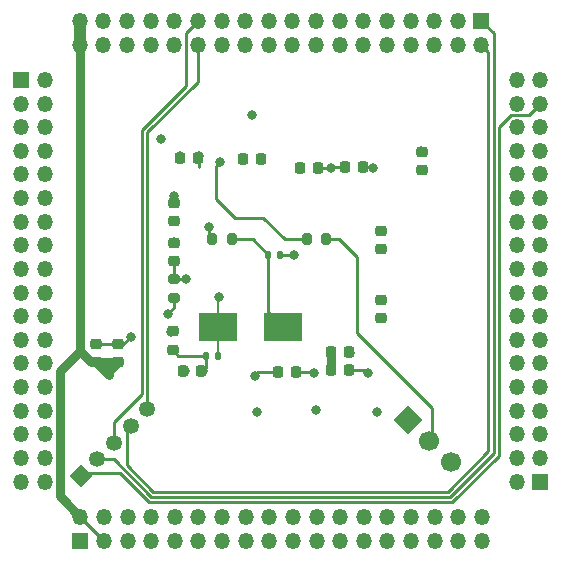
<source format=gbr>
%TF.GenerationSoftware,KiCad,Pcbnew,(5.99.0-10369-gb59bf064b4)*%
%TF.CreationDate,2021-07-27T08:06:35+02:00*%
%TF.ProjectId,stm32h7,73746d33-3268-4372-9e6b-696361645f70,rev?*%
%TF.SameCoordinates,Original*%
%TF.FileFunction,Copper,L4,Bot*%
%TF.FilePolarity,Positive*%
%FSLAX46Y46*%
G04 Gerber Fmt 4.6, Leading zero omitted, Abs format (unit mm)*
G04 Created by KiCad (PCBNEW (5.99.0-10369-gb59bf064b4)) date 2021-07-27 08:06:35*
%MOMM*%
%LPD*%
G01*
G04 APERTURE LIST*
G04 Aperture macros list*
%AMRoundRect*
0 Rectangle with rounded corners*
0 $1 Rounding radius*
0 $2 $3 $4 $5 $6 $7 $8 $9 X,Y pos of 4 corners*
0 Add a 4 corners polygon primitive as box body*
4,1,4,$2,$3,$4,$5,$6,$7,$8,$9,$2,$3,0*
0 Add four circle primitives for the rounded corners*
1,1,$1+$1,$2,$3*
1,1,$1+$1,$4,$5*
1,1,$1+$1,$6,$7*
1,1,$1+$1,$8,$9*
0 Add four rect primitives between the rounded corners*
20,1,$1+$1,$2,$3,$4,$5,0*
20,1,$1+$1,$4,$5,$6,$7,0*
20,1,$1+$1,$6,$7,$8,$9,0*
20,1,$1+$1,$8,$9,$2,$3,0*%
%AMHorizOval*
0 Thick line with rounded ends*
0 $1 width*
0 $2 $3 position (X,Y) of the first rounded end (center of the circle)*
0 $4 $5 position (X,Y) of the second rounded end (center of the circle)*
0 Add line between two ends*
20,1,$1,$2,$3,$4,$5,0*
0 Add two circle primitives to create the rounded ends*
1,1,$1,$2,$3*
1,1,$1,$4,$5*%
%AMRotRect*
0 Rectangle, with rotation*
0 The origin of the aperture is its center*
0 $1 length*
0 $2 width*
0 $3 Rotation angle, in degrees counterclockwise*
0 Add horizontal line*
21,1,$1,$2,0,0,$3*%
G04 Aperture macros list end*
%TA.AperFunction,ComponentPad*%
%ADD10R,1.350000X1.350000*%
%TD*%
%TA.AperFunction,ComponentPad*%
%ADD11O,1.350000X1.350000*%
%TD*%
%TA.AperFunction,ComponentPad*%
%ADD12RotRect,1.700000X1.700000X45.000000*%
%TD*%
%TA.AperFunction,ComponentPad*%
%ADD13HorizOval,1.700000X0.000000X0.000000X0.000000X0.000000X0*%
%TD*%
%TA.AperFunction,ComponentPad*%
%ADD14RotRect,1.350000X1.350000X135.000000*%
%TD*%
%TA.AperFunction,ComponentPad*%
%ADD15HorizOval,1.350000X0.000000X0.000000X0.000000X0.000000X0*%
%TD*%
%TA.AperFunction,SMDPad,CuDef*%
%ADD16RoundRect,0.200000X0.200000X0.275000X-0.200000X0.275000X-0.200000X-0.275000X0.200000X-0.275000X0*%
%TD*%
%TA.AperFunction,SMDPad,CuDef*%
%ADD17RoundRect,0.225000X-0.225000X-0.250000X0.225000X-0.250000X0.225000X0.250000X-0.225000X0.250000X0*%
%TD*%
%TA.AperFunction,SMDPad,CuDef*%
%ADD18RoundRect,0.225000X0.250000X-0.225000X0.250000X0.225000X-0.250000X0.225000X-0.250000X-0.225000X0*%
%TD*%
%TA.AperFunction,SMDPad,CuDef*%
%ADD19RoundRect,0.225000X0.225000X0.250000X-0.225000X0.250000X-0.225000X-0.250000X0.225000X-0.250000X0*%
%TD*%
%TA.AperFunction,SMDPad,CuDef*%
%ADD20RoundRect,0.225000X-0.250000X0.225000X-0.250000X-0.225000X0.250000X-0.225000X0.250000X0.225000X0*%
%TD*%
%TA.AperFunction,SMDPad,CuDef*%
%ADD21RoundRect,0.200000X0.275000X-0.200000X0.275000X0.200000X-0.275000X0.200000X-0.275000X-0.200000X0*%
%TD*%
%TA.AperFunction,SMDPad,CuDef*%
%ADD22RoundRect,0.140000X0.140000X0.170000X-0.140000X0.170000X-0.140000X-0.170000X0.140000X-0.170000X0*%
%TD*%
%TA.AperFunction,SMDPad,CuDef*%
%ADD23R,3.325000X2.400000*%
%TD*%
%TA.AperFunction,SMDPad,CuDef*%
%ADD24RoundRect,0.140000X-0.140000X-0.170000X0.140000X-0.170000X0.140000X0.170000X-0.140000X0.170000X0*%
%TD*%
%TA.AperFunction,ViaPad*%
%ADD25C,0.800000*%
%TD*%
%TA.AperFunction,Conductor*%
%ADD26C,0.250000*%
%TD*%
%TA.AperFunction,Conductor*%
%ADD27C,0.750000*%
%TD*%
%TA.AperFunction,Conductor*%
%ADD28C,1.000000*%
%TD*%
%TA.AperFunction,Conductor*%
%ADD29C,0.200000*%
%TD*%
G04 APERTURE END LIST*
D10*
%TO.P,J3,1,Pin_1*%
%TO.N,73*%
X57550000Y-52550000D03*
D11*
%TO.P,J3,2,Pin_2*%
%TO.N,74*%
X55550000Y-52550000D03*
%TO.P,J3,3,Pin_3*%
%TO.N,75*%
X57550000Y-50550000D03*
%TO.P,J3,4,Pin_4*%
%TO.N,76*%
X55550000Y-50550000D03*
%TO.P,J3,5,Pin_5*%
%TO.N,77*%
X57550000Y-48550000D03*
%TO.P,J3,6,Pin_6*%
%TO.N,78*%
X55550000Y-48550000D03*
%TO.P,J3,7,Pin_7*%
%TO.N,79*%
X57550000Y-46550000D03*
%TO.P,J3,8,Pin_8*%
%TO.N,80*%
X55550000Y-46550000D03*
%TO.P,J3,9,Pin_9*%
%TO.N,81*%
X57550000Y-44550000D03*
%TO.P,J3,10,Pin_10*%
%TO.N,82*%
X55550000Y-44550000D03*
%TO.P,J3,11,Pin_11*%
%TO.N,GND*%
X57550000Y-42550000D03*
%TO.P,J3,12,Pin_12*%
X55550000Y-42550000D03*
%TO.P,J3,13,Pin_13*%
%TO.N,85*%
X57550000Y-40550000D03*
%TO.P,J3,14,Pin_14*%
%TO.N,86*%
X55550000Y-40550000D03*
%TO.P,J3,15,Pin_15*%
%TO.N,87*%
X57550000Y-38550000D03*
%TO.P,J3,16,Pin_16*%
%TO.N,88*%
X55550000Y-38550000D03*
%TO.P,J3,17,Pin_17*%
%TO.N,89*%
X57550000Y-36550000D03*
%TO.P,J3,18,Pin_18*%
%TO.N,90*%
X55550000Y-36550000D03*
%TO.P,J3,19,Pin_19*%
%TO.N,91*%
X57550000Y-34550000D03*
%TO.P,J3,20,Pin_20*%
%TO.N,92*%
X55550000Y-34550000D03*
%TO.P,J3,21,Pin_21*%
%TO.N,93*%
X57550000Y-32550000D03*
%TO.P,J3,22,Pin_22*%
%TO.N,GND*%
X55550000Y-32550000D03*
%TO.P,J3,23,Pin_23*%
X57550000Y-30550000D03*
%TO.P,J3,24,Pin_24*%
%TO.N,96*%
X55550000Y-30550000D03*
%TO.P,J3,25,Pin_25*%
%TO.N,97*%
X57550000Y-28550000D03*
%TO.P,J3,26,Pin_26*%
%TO.N,98*%
X55550000Y-28550000D03*
%TO.P,J3,27,Pin_27*%
%TO.N,99*%
X57550000Y-26550000D03*
%TO.P,J3,28,Pin_28*%
%TO.N,100*%
X55550000Y-26550000D03*
%TO.P,J3,29,Pin_29*%
%TO.N,101*%
X57550000Y-24550000D03*
%TO.P,J3,30,Pin_30*%
%TO.N,102*%
X55550000Y-24550000D03*
%TO.P,J3,31,Pin_31*%
%TO.N,103*%
X57550000Y-22550000D03*
%TO.P,J3,32,Pin_32*%
%TO.N,104*%
X55550000Y-22550000D03*
%TO.P,J3,33,Pin_33*%
%TO.N,105*%
X57550000Y-20550000D03*
%TO.P,J3,34,Pin_34*%
%TO.N,GND*%
X55550000Y-20550000D03*
%TO.P,J3,35,Pin_35*%
X57550000Y-18550000D03*
%TO.P,J3,36,Pin_36*%
X55550000Y-18550000D03*
%TD*%
D10*
%TO.P,J2,1,Pin_1*%
%TO.N,37*%
X18590000Y-57550000D03*
D11*
%TO.P,J2,2,Pin_2*%
%TO.N,+3.3VA*%
X18590000Y-55550000D03*
%TO.P,J2,3,Pin_3*%
X20590000Y-57550000D03*
%TO.P,J2,4,Pin_4*%
%TO.N,40*%
X20590000Y-55550000D03*
%TO.P,J2,5,Pin_5*%
%TO.N,41*%
X22590000Y-57550000D03*
%TO.P,J2,6,Pin_6*%
%TO.N,42*%
X22590000Y-55550000D03*
%TO.P,J2,7,Pin_7*%
%TO.N,43*%
X24590000Y-57550000D03*
%TO.P,J2,8,Pin_8*%
%TO.N,44*%
X24590000Y-55550000D03*
%TO.P,J2,9,Pin_9*%
%TO.N,45*%
X26590000Y-57550000D03*
%TO.P,J2,10,Pin_10*%
%TO.N,46*%
X26590000Y-55550000D03*
%TO.P,J2,11,Pin_11*%
%TO.N,47*%
X28590000Y-57550000D03*
%TO.P,J2,12,Pin_12*%
%TO.N,48*%
X28590000Y-55550000D03*
%TO.P,J2,13,Pin_13*%
%TO.N,49*%
X30590000Y-57550000D03*
%TO.P,J2,14,Pin_14*%
%TO.N,50*%
X30590000Y-55550000D03*
%TO.P,J2,15,Pin_15*%
%TO.N,+3V3*%
X32590000Y-57550000D03*
%TO.P,J2,16,Pin_16*%
X32590000Y-55550000D03*
%TO.P,J2,17,Pin_17*%
%TO.N,53*%
X34590000Y-57550000D03*
%TO.P,J2,18,Pin_18*%
%TO.N,54*%
X34590000Y-55550000D03*
%TO.P,J2,19,Pin_19*%
%TO.N,55*%
X36590000Y-57550000D03*
%TO.P,J2,20,Pin_20*%
%TO.N,56*%
X36590000Y-55550000D03*
%TO.P,J2,21,Pin_21*%
%TO.N,57*%
X38590000Y-57550000D03*
%TO.P,J2,22,Pin_22*%
%TO.N,58*%
X38590000Y-55550000D03*
%TO.P,J2,23,Pin_23*%
%TO.N,59*%
X40590000Y-57550000D03*
%TO.P,J2,24,Pin_24*%
%TO.N,60*%
X40590000Y-55550000D03*
%TO.P,J2,25,Pin_25*%
%TO.N,GND*%
X42590000Y-57550000D03*
%TO.P,J2,26,Pin_26*%
X42590000Y-55550000D03*
%TO.P,J2,27,Pin_27*%
%TO.N,63*%
X44590000Y-57550000D03*
%TO.P,J2,28,Pin_28*%
%TO.N,64*%
X44590000Y-55550000D03*
%TO.P,J2,29,Pin_29*%
%TO.N,65*%
X46590000Y-57550000D03*
%TO.P,J2,30,Pin_30*%
%TO.N,66*%
X46590000Y-55550000D03*
%TO.P,J2,31,Pin_31*%
%TO.N,67*%
X48590000Y-57550000D03*
%TO.P,J2,32,Pin_32*%
%TO.N,68*%
X48590000Y-55550000D03*
%TO.P,J2,33,Pin_33*%
%TO.N,69*%
X50590000Y-57550000D03*
%TO.P,J2,34,Pin_34*%
%TO.N,70*%
X50590000Y-55550000D03*
%TO.P,J2,35,Pin_35*%
%TO.N,GND*%
X52590000Y-57550000D03*
%TO.P,J2,36,Pin_36*%
X52590000Y-55550000D03*
%TD*%
D12*
%TO.P,SW1,1,A*%
%TO.N,+3V3*%
X46350000Y-47300000D03*
D13*
%TO.P,SW1,2,B*%
%TO.N,Net-(R2-Pad1)*%
X48146051Y-49096051D03*
%TO.P,SW1,3,C*%
%TO.N,GND*%
X49942102Y-50892102D03*
%TD*%
D10*
%TO.P,J4,1,Pin_1*%
%TO.N,109*%
X52550000Y-13550000D03*
D11*
%TO.P,J4,2,Pin_2*%
%TO.N,110*%
X52550000Y-15550000D03*
%TO.P,J4,3,Pin_3*%
%TO.N,111*%
X50550000Y-13550000D03*
%TO.P,J4,4,Pin_4*%
%TO.N,112*%
X50550000Y-15550000D03*
%TO.P,J4,5,Pin_5*%
%TO.N,113*%
X48550000Y-13550000D03*
%TO.P,J4,6,Pin_6*%
%TO.N,114*%
X48550000Y-15550000D03*
%TO.P,J4,7,Pin_7*%
%TO.N,115*%
X46550000Y-13550000D03*
%TO.P,J4,8,Pin_8*%
%TO.N,116*%
X46550000Y-15550000D03*
%TO.P,J4,9,Pin_9*%
%TO.N,117*%
X44550000Y-13550000D03*
%TO.P,J4,10,Pin_10*%
%TO.N,118*%
X44550000Y-15550000D03*
%TO.P,J4,11,Pin_11*%
%TO.N,119*%
X42550000Y-13550000D03*
%TO.P,J4,12,Pin_12*%
%TO.N,+3V3*%
X42550000Y-15550000D03*
%TO.P,J4,13,Pin_13*%
X40550000Y-13550000D03*
%TO.P,J4,14,Pin_14*%
%TO.N,122*%
X40550000Y-15550000D03*
%TO.P,J4,15,Pin_15*%
%TO.N,123*%
X38550000Y-13550000D03*
%TO.P,J4,16,Pin_16*%
%TO.N,124*%
X38550000Y-15550000D03*
%TO.P,J4,17,Pin_17*%
%TO.N,125*%
X36550000Y-13550000D03*
%TO.P,J4,18,Pin_18*%
%TO.N,126*%
X36550000Y-15550000D03*
%TO.P,J4,19,Pin_19*%
%TO.N,127*%
X34550000Y-13550000D03*
%TO.P,J4,20,Pin_20*%
%TO.N,128*%
X34550000Y-15550000D03*
%TO.P,J4,21,Pin_21*%
%TO.N,129*%
X32550000Y-13550000D03*
%TO.P,J4,22,Pin_22*%
%TO.N,GND*%
X32550000Y-15550000D03*
%TO.P,J4,23,Pin_23*%
X30550000Y-13550000D03*
%TO.P,J4,24,Pin_24*%
%TO.N,132*%
X30550000Y-15550000D03*
%TO.P,J4,25,Pin_25*%
%TO.N,133*%
X28550000Y-13550000D03*
%TO.P,J4,26,Pin_26*%
%TO.N,134*%
X28550000Y-15550000D03*
%TO.P,J4,27,Pin_27*%
%TO.N,135*%
X26550000Y-13550000D03*
%TO.P,J4,28,Pin_28*%
%TO.N,136*%
X26550000Y-15550000D03*
%TO.P,J4,29,Pin_29*%
%TO.N,137*%
X24550000Y-13550000D03*
%TO.P,J4,30,Pin_30*%
%TO.N,GND*%
X24550000Y-15550000D03*
%TO.P,J4,31,Pin_31*%
%TO.N,139*%
X22550000Y-13550000D03*
%TO.P,J4,32,Pin_32*%
%TO.N,140*%
X22550000Y-15550000D03*
%TO.P,J4,33,Pin_33*%
%TO.N,141*%
X20550000Y-13550000D03*
%TO.P,J4,34,Pin_34*%
%TO.N,142*%
X20550000Y-15550000D03*
%TO.P,J4,35,Pin_35*%
%TO.N,+3.3VA*%
X18550000Y-13550000D03*
%TO.P,J4,36,Pin_36*%
X18550000Y-15550000D03*
%TD*%
D14*
%TO.P,J5,1,Pin_1*%
%TO.N,105*%
X18621573Y-52078428D03*
D15*
%TO.P,J5,2,Pin_2*%
%TO.N,109*%
X20035787Y-50664214D03*
%TO.P,J5,3,Pin_3*%
%TO.N,133*%
X21450000Y-49250001D03*
%TO.P,J5,4,Pin_4*%
%TO.N,110*%
X22864214Y-47835787D03*
%TO.P,J5,5,Pin_5*%
%TO.N,134*%
X24278427Y-46421574D03*
%TD*%
D10*
%TO.P,J1,1,Pin_1*%
%TO.N,1*%
X13600000Y-18550000D03*
D11*
%TO.P,J1,2,Pin_2*%
%TO.N,2*%
X15600000Y-18550000D03*
%TO.P,J1,3,Pin_3*%
%TO.N,3*%
X13600000Y-20550000D03*
%TO.P,J1,4,Pin_4*%
%TO.N,4*%
X15600000Y-20550000D03*
%TO.P,J1,5,Pin_5*%
%TO.N,5*%
X13600000Y-22550000D03*
%TO.P,J1,6,Pin_6*%
%TO.N,GND*%
X15600000Y-22550000D03*
%TO.P,J1,7,Pin_7*%
%TO.N,7*%
X13600000Y-24550000D03*
%TO.P,J1,8,Pin_8*%
%TO.N,+3V3*%
X15600000Y-24550000D03*
%TO.P,J1,9,Pin_9*%
%TO.N,GND*%
X13600000Y-26550000D03*
%TO.P,J1,10,Pin_10*%
%TO.N,10*%
X15600000Y-26550000D03*
%TO.P,J1,11,Pin_11*%
%TO.N,11*%
X13600000Y-28550000D03*
%TO.P,J1,12,Pin_12*%
%TO.N,12*%
X15600000Y-28550000D03*
%TO.P,J1,13,Pin_13*%
%TO.N,13*%
X13600000Y-30550000D03*
%TO.P,J1,14,Pin_14*%
%TO.N,14*%
X15600000Y-30550000D03*
%TO.P,J1,15,Pin_15*%
%TO.N,15*%
X13600000Y-32550000D03*
%TO.P,J1,16,Pin_16*%
%TO.N,GND*%
X15600000Y-32550000D03*
%TO.P,J1,17,Pin_17*%
X13600000Y-34550000D03*
%TO.P,J1,18,Pin_18*%
%TO.N,18*%
X15600000Y-34550000D03*
%TO.P,J1,19,Pin_19*%
%TO.N,19*%
X13600000Y-36550000D03*
%TO.P,J1,20,Pin_20*%
%TO.N,20*%
X15600000Y-36550000D03*
%TO.P,J1,21,Pin_21*%
%TO.N,21*%
X13600000Y-38550000D03*
%TO.P,J1,22,Pin_22*%
%TO.N,22*%
X15600000Y-38550000D03*
%TO.P,J1,23,Pin_23*%
%TO.N,23*%
X13600000Y-40550000D03*
%TO.P,J1,24,Pin_24*%
%TO.N,24*%
X15600000Y-40550000D03*
%TO.P,J1,25,Pin_25*%
%TO.N,25*%
X13600000Y-42550000D03*
%TO.P,J1,26,Pin_26*%
%TO.N,26*%
X15600000Y-42550000D03*
%TO.P,J1,27,Pin_27*%
%TO.N,27*%
X13600000Y-44550000D03*
%TO.P,J1,28,Pin_28*%
%TO.N,28*%
X15600000Y-44550000D03*
%TO.P,J1,29,Pin_29*%
%TO.N,29*%
X13600000Y-46550000D03*
%TO.P,J1,30,Pin_30*%
%TO.N,+3V3*%
X15600000Y-46550000D03*
%TO.P,J1,31,Pin_31*%
X13600000Y-48550000D03*
%TO.P,J1,32,Pin_32*%
%TO.N,GND*%
X15600000Y-48550000D03*
%TO.P,J1,33,Pin_33*%
X13600000Y-50550000D03*
%TO.P,J1,34,Pin_34*%
%TO.N,34*%
X15600000Y-50550000D03*
%TO.P,J1,35,Pin_35*%
%TO.N,35*%
X13600000Y-52550000D03*
%TO.P,J1,36,Pin_36*%
%TO.N,36*%
X15600000Y-52550000D03*
%TD*%
D16*
%TO.P,R1,1*%
%TO.N,Net-(C4-Pad2)*%
X31425000Y-32050000D03*
%TO.P,R1,2*%
%TO.N,/HSE_OUT*%
X29775000Y-32050000D03*
%TD*%
%TO.P,R2,1*%
%TO.N,Net-(R2-Pad1)*%
X39425000Y-32050000D03*
%TO.P,R2,2*%
%TO.N,Net-(R2-Pad2)*%
X37775000Y-32050000D03*
%TD*%
D17*
%TO.P,C10,1*%
%TO.N,GND*%
X40975000Y-25950000D03*
%TO.P,C10,2*%
%TO.N,Net-(C10-Pad2)*%
X42525000Y-25950000D03*
%TD*%
D18*
%TO.P,C12,1*%
%TO.N,+3.3VA*%
X19950000Y-42450000D03*
%TO.P,C12,2*%
%TO.N,GND*%
X19950000Y-40900000D03*
%TD*%
D19*
%TO.P,C16,1*%
%TO.N,+3V3*%
X36875000Y-43300000D03*
%TO.P,C16,2*%
%TO.N,GND*%
X35325000Y-43300000D03*
%TD*%
%TO.P,C17,1*%
%TO.N,+3V3*%
X41375000Y-41600000D03*
%TO.P,C17,2*%
%TO.N,GND*%
X39825000Y-41600000D03*
%TD*%
D17*
%TO.P,C7,1*%
%TO.N,+3V3*%
X27025000Y-25150000D03*
%TO.P,C7,2*%
%TO.N,GND*%
X28575000Y-25150000D03*
%TD*%
D20*
%TO.P,C18,1*%
%TO.N,+3V3*%
X44050000Y-31325000D03*
%TO.P,C18,2*%
%TO.N,GND*%
X44050000Y-32875000D03*
%TD*%
%TO.P,C1,1*%
%TO.N,+3V3*%
X47500000Y-24625000D03*
%TO.P,C1,2*%
%TO.N,GND*%
X47500000Y-26175000D03*
%TD*%
D21*
%TO.P,R3,1*%
%TO.N,25*%
X26550000Y-37025000D03*
%TO.P,R3,2*%
%TO.N,+3V3*%
X26550000Y-35375000D03*
%TD*%
D22*
%TO.P,C4,1*%
%TO.N,GND*%
X35480000Y-33350000D03*
%TO.P,C4,2*%
%TO.N,Net-(C4-Pad2)*%
X34520000Y-33350000D03*
%TD*%
D17*
%TO.P,C14,1*%
%TO.N,+3V3*%
X27275000Y-43200000D03*
%TO.P,C14,2*%
%TO.N,GND*%
X28825000Y-43200000D03*
%TD*%
%TO.P,C3,1*%
%TO.N,+3V3*%
X37175000Y-26000000D03*
%TO.P,C3,2*%
%TO.N,GND*%
X38725000Y-26000000D03*
%TD*%
D23*
%TO.P,Y1,1,1*%
%TO.N,Net-(C4-Pad2)*%
X35762500Y-39450000D03*
%TO.P,Y1,2,2*%
%TO.N,/HSE_IN*%
X30237500Y-39450000D03*
%TD*%
D24*
%TO.P,C2,1*%
%TO.N,GND*%
X29270000Y-41900000D03*
%TO.P,C2,2*%
%TO.N,/HSE_IN*%
X30230000Y-41900000D03*
%TD*%
D18*
%TO.P,C13,1*%
%TO.N,+3.3VA*%
X21750000Y-42450000D03*
%TO.P,C13,2*%
%TO.N,GND*%
X21750000Y-40900000D03*
%TD*%
D20*
%TO.P,C15,1*%
%TO.N,+3V3*%
X44050000Y-37175000D03*
%TO.P,C15,2*%
%TO.N,GND*%
X44050000Y-38725000D03*
%TD*%
D17*
%TO.P,C9,1*%
%TO.N,+3V3*%
X32325000Y-25200000D03*
%TO.P,C9,2*%
%TO.N,GND*%
X33875000Y-25200000D03*
%TD*%
D20*
%TO.P,C6,1*%
%TO.N,+3V3*%
X26400000Y-39825000D03*
%TO.P,C6,2*%
%TO.N,GND*%
X26400000Y-41375000D03*
%TD*%
D18*
%TO.P,C5,1*%
%TO.N,+3V3*%
X26550000Y-33875000D03*
%TO.P,C5,2*%
%TO.N,GND*%
X26550000Y-32325000D03*
%TD*%
D17*
%TO.P,C8,1*%
%TO.N,GND*%
X39825000Y-43100000D03*
%TO.P,C8,2*%
%TO.N,Net-(C8-Pad2)*%
X41375000Y-43100000D03*
%TD*%
D20*
%TO.P,C11,1*%
%TO.N,+3V3*%
X26550000Y-28925000D03*
%TO.P,C11,2*%
%TO.N,GND*%
X26550000Y-30475000D03*
%TD*%
D25*
%TO.N,GND*%
X28975000Y-43200000D03*
%TO.N,/HSE_OUT*%
X29505378Y-30994622D03*
%TO.N,Net-(R2-Pad2)*%
X30400000Y-25500000D03*
%TO.N,+3V3*%
X37150000Y-25950000D03*
X27500000Y-35400000D03*
X26550000Y-28350500D03*
X41400000Y-41650000D03*
X43750000Y-46650000D03*
X44050000Y-31300000D03*
X25400000Y-23550000D03*
X33574500Y-46700000D03*
X44050000Y-37175000D03*
X26500000Y-33900000D03*
X47400000Y-24600000D03*
X27425000Y-43200000D03*
X38400000Y-43350000D03*
X32350000Y-25150000D03*
X26300000Y-39850000D03*
X27036257Y-25000000D03*
%TO.N,25*%
X26000000Y-38350000D03*
%TO.N,GND*%
X44050000Y-32900000D03*
X38574500Y-46500000D03*
X26550000Y-30450000D03*
X36700000Y-33350000D03*
X33350000Y-43600000D03*
X33850000Y-25200000D03*
X28600000Y-25000000D03*
X44050000Y-38725000D03*
X26500000Y-32300000D03*
X39850000Y-26000000D03*
X26400000Y-41400000D03*
X22850000Y-40274500D03*
X33100000Y-21500000D03*
X39825000Y-41550000D03*
X47500000Y-26150000D03*
%TO.N,+3.3VA*%
X21050000Y-43500000D03*
%TO.N,Net-(C8-Pad2)*%
X42950000Y-43350000D03*
%TO.N,Net-(C10-Pad2)*%
X43400000Y-26000000D03*
%TO.N,/HSE_IN*%
X30300000Y-36950000D03*
%TD*%
D26*
%TO.N,+3V3*%
X32350000Y-25100000D02*
X32325000Y-25075000D01*
X32350000Y-25150000D02*
X32350000Y-25100000D01*
%TO.N,GND*%
X33850000Y-25200000D02*
X33850000Y-25050000D01*
X33850000Y-25050000D02*
X33875000Y-25025000D01*
%TO.N,+3V3*%
X37175000Y-25975000D02*
X37175000Y-26000000D01*
X37150000Y-25950000D02*
X37175000Y-25975000D01*
%TO.N,GND*%
X28675000Y-25075000D02*
X28675000Y-25950000D01*
X28600000Y-25000000D02*
X28675000Y-25075000D01*
%TO.N,Net-(R2-Pad2)*%
X30100000Y-28650000D02*
X31700000Y-30250000D01*
X34100000Y-30250000D02*
X35900000Y-32050000D01*
X30400000Y-25500000D02*
X30100000Y-25800000D01*
X30100000Y-25800000D02*
X30100000Y-28650000D01*
X31700000Y-30250000D02*
X34100000Y-30250000D01*
X35900000Y-32050000D02*
X37775000Y-32050000D01*
%TO.N,+3V3*%
X26550000Y-28350500D02*
X26550000Y-28925000D01*
%TO.N,GND*%
X26550000Y-30450000D02*
X26550000Y-30475000D01*
X26500000Y-32300000D02*
X26525000Y-32325000D01*
X26525000Y-32325000D02*
X26550000Y-32325000D01*
%TO.N,+3V3*%
X26500000Y-33900000D02*
X26525000Y-33875000D01*
X26525000Y-33875000D02*
X26550000Y-33875000D01*
%TO.N,110*%
X22550000Y-51164282D02*
X24786678Y-53400960D01*
X53150960Y-49979419D02*
X53150960Y-16150960D01*
X24786678Y-53400960D02*
X49729419Y-53400960D01*
X22550000Y-48150001D02*
X22550000Y-51164282D01*
X22864214Y-47835787D02*
X22550000Y-48150001D01*
X49729419Y-53400960D02*
X53150960Y-49979419D01*
X53150960Y-16150960D02*
X52550000Y-15550000D01*
%TO.N,109*%
X20035787Y-50664214D02*
X21414214Y-50664214D01*
X24600480Y-53850480D02*
X49915617Y-53850480D01*
X21414214Y-50664214D02*
X24600480Y-53850480D01*
X49915617Y-53850480D02*
X53600480Y-50165617D01*
X53600480Y-50165617D02*
X53600480Y-14600480D01*
X53600480Y-14600480D02*
X52550000Y-13550000D01*
%TO.N,Net-(C4-Pad2)*%
X34520000Y-33350000D02*
X34520000Y-38207500D01*
X33220000Y-32050000D02*
X34520000Y-33350000D01*
X31425000Y-32050000D02*
X33220000Y-32050000D01*
X34520000Y-38207500D02*
X35762500Y-39450000D01*
%TO.N,/HSE_OUT*%
X29505378Y-30994622D02*
X29505378Y-31780378D01*
X29505378Y-31780378D02*
X29775000Y-32050000D01*
%TO.N,Net-(R2-Pad1)*%
X39425000Y-32050000D02*
X40500000Y-32050000D01*
X48389394Y-46339394D02*
X48389394Y-49389394D01*
X42000000Y-33550000D02*
X42000000Y-39950000D01*
X42000000Y-39950000D02*
X48389394Y-46339394D01*
X40500000Y-32050000D02*
X42000000Y-33550000D01*
%TO.N,+3V3*%
X36875000Y-43300000D02*
X38350000Y-43300000D01*
X26400000Y-39825000D02*
X26400000Y-39500000D01*
X26375000Y-39850000D02*
X26400000Y-39825000D01*
X26300000Y-39850000D02*
X26375000Y-39850000D01*
X15600000Y-46550000D02*
X15600000Y-46029277D01*
X26400000Y-39825000D02*
X26525000Y-39825000D01*
X26550000Y-35375000D02*
X27475000Y-35375000D01*
X26550000Y-28925000D02*
X26550000Y-28750000D01*
X26575000Y-39825000D02*
X26400000Y-39825000D01*
X26550000Y-33875000D02*
X26550000Y-35375000D01*
X38350000Y-43300000D02*
X38400000Y-43350000D01*
X26550000Y-35375000D02*
X26675000Y-35375000D01*
X27475000Y-35375000D02*
X27500000Y-35400000D01*
%TO.N,24*%
X15950000Y-40900000D02*
X15600000Y-40550000D01*
%TO.N,25*%
X13600000Y-42650000D02*
X13600000Y-42550000D01*
X26550000Y-37800000D02*
X26550000Y-37025000D01*
X26000000Y-38350000D02*
X26550000Y-37800000D01*
%TO.N,GND*%
X35480000Y-33350000D02*
X36700000Y-33350000D01*
X24550000Y-15550000D02*
X25070723Y-15550000D01*
X39900000Y-43025000D02*
X39825000Y-43100000D01*
X40975000Y-25950000D02*
X39900000Y-25950000D01*
X22850000Y-40274500D02*
X22224500Y-40900000D01*
X33650000Y-43300000D02*
X33350000Y-43600000D01*
X22224500Y-40900000D02*
X21750000Y-40900000D01*
X26900000Y-41900000D02*
X26400000Y-41400000D01*
X35325000Y-43300000D02*
X33650000Y-43300000D01*
X40925000Y-26000000D02*
X40975000Y-25950000D01*
X38725000Y-26000000D02*
X39850000Y-26000000D01*
X47500000Y-26150000D02*
X47500000Y-26125000D01*
X29270000Y-42905000D02*
X28975000Y-43200000D01*
X29270000Y-41900000D02*
X26900000Y-41900000D01*
X19950000Y-40900000D02*
X21750000Y-40900000D01*
D27*
X39825000Y-41550000D02*
X39825000Y-43100000D01*
D26*
X39900000Y-25950000D02*
X39850000Y-26000000D01*
X29270000Y-41900000D02*
X29270000Y-42905000D01*
%TO.N,+3.3VA*%
X20590000Y-57550000D02*
X18590000Y-55550000D01*
D27*
X19950000Y-42450000D02*
X21750000Y-42450000D01*
X19500000Y-42450000D02*
X18550000Y-41500000D01*
X21050000Y-43500000D02*
X21000000Y-43500000D01*
X19950000Y-42450000D02*
X19500000Y-42450000D01*
X21050000Y-43500000D02*
X21050000Y-43150000D01*
X18590000Y-55550000D02*
X16849511Y-53809511D01*
X16849511Y-43200489D02*
X18550000Y-41500000D01*
X16849511Y-53809511D02*
X16849511Y-43200489D01*
X21050000Y-43150000D02*
X21750000Y-42450000D01*
X21000000Y-43500000D02*
X19950000Y-42450000D01*
X18550000Y-41500000D02*
X18550000Y-15550000D01*
D28*
X18550000Y-13550000D02*
X18550000Y-15550000D01*
D26*
%TO.N,Net-(C8-Pad2)*%
X42700000Y-43100000D02*
X41375000Y-43100000D01*
X42950000Y-43350000D02*
X42700000Y-43100000D01*
%TO.N,105*%
X21964282Y-51850000D02*
X24414282Y-54300000D01*
X55070723Y-21550000D02*
X56550000Y-21550000D01*
X24414282Y-54300000D02*
X50101815Y-54300000D01*
X56550000Y-21550000D02*
X57550000Y-20550000D01*
X50101815Y-54300000D02*
X54050000Y-50351815D01*
X18621573Y-52078428D02*
X18850001Y-51850000D01*
X54050000Y-50351815D02*
X54050000Y-22570723D01*
X18850001Y-51850000D02*
X21964282Y-51850000D01*
X54050000Y-22570723D02*
X55070723Y-21550000D01*
%TO.N,Net-(C10-Pad2)*%
X43400000Y-26000000D02*
X43350000Y-25950000D01*
X43350000Y-25950000D02*
X42525000Y-25950000D01*
%TO.N,133*%
X27550000Y-19050000D02*
X27550000Y-14550000D01*
X23828907Y-22771093D02*
X27550000Y-19050000D01*
X27550000Y-14550000D02*
X28550000Y-13550000D01*
X21450000Y-47500000D02*
X23828907Y-45121093D01*
X23828907Y-45121093D02*
X23828907Y-22771093D01*
X21450000Y-49250001D02*
X21450000Y-47500000D01*
%TO.N,134*%
X24278427Y-46421574D02*
X24278427Y-22957290D01*
X24278427Y-22957290D02*
X28550000Y-18685717D01*
X28550000Y-18685717D02*
X28550000Y-15550000D01*
D29*
%TO.N,/HSE_IN*%
X30230000Y-41900000D02*
X30230000Y-39457500D01*
X30237500Y-37012500D02*
X30237500Y-39450000D01*
X30230000Y-39457500D02*
X30237500Y-39450000D01*
X30300000Y-36950000D02*
X30237500Y-37012500D01*
%TD*%
M02*

</source>
